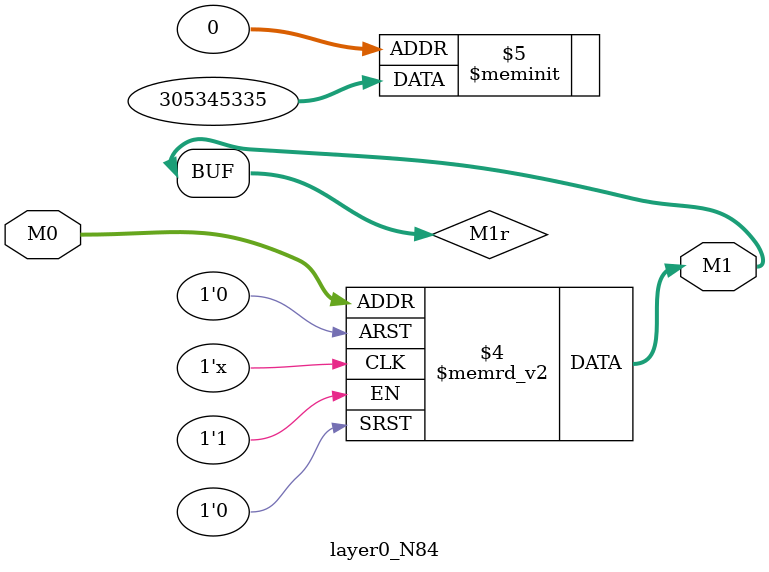
<source format=v>
module layer0_N84 ( input [3:0] M0, output [1:0] M1 );

	(*rom_style = "distributed" *) reg [1:0] M1r;
	assign M1 = M1r;
	always @ (M0) begin
		case (M0)
			4'b0000: M1r = 2'b11;
			4'b1000: M1r = 2'b11;
			4'b0100: M1r = 2'b11;
			4'b1100: M1r = 2'b10;
			4'b0010: M1r = 2'b11;
			4'b1010: M1r = 2'b11;
			4'b0110: M1r = 2'b11;
			4'b1110: M1r = 2'b01;
			4'b0001: M1r = 2'b01;
			4'b1001: M1r = 2'b00;
			4'b0101: M1r = 2'b00;
			4'b1101: M1r = 2'b00;
			4'b0011: M1r = 2'b00;
			4'b1011: M1r = 2'b00;
			4'b0111: M1r = 2'b00;
			4'b1111: M1r = 2'b00;

		endcase
	end
endmodule

</source>
